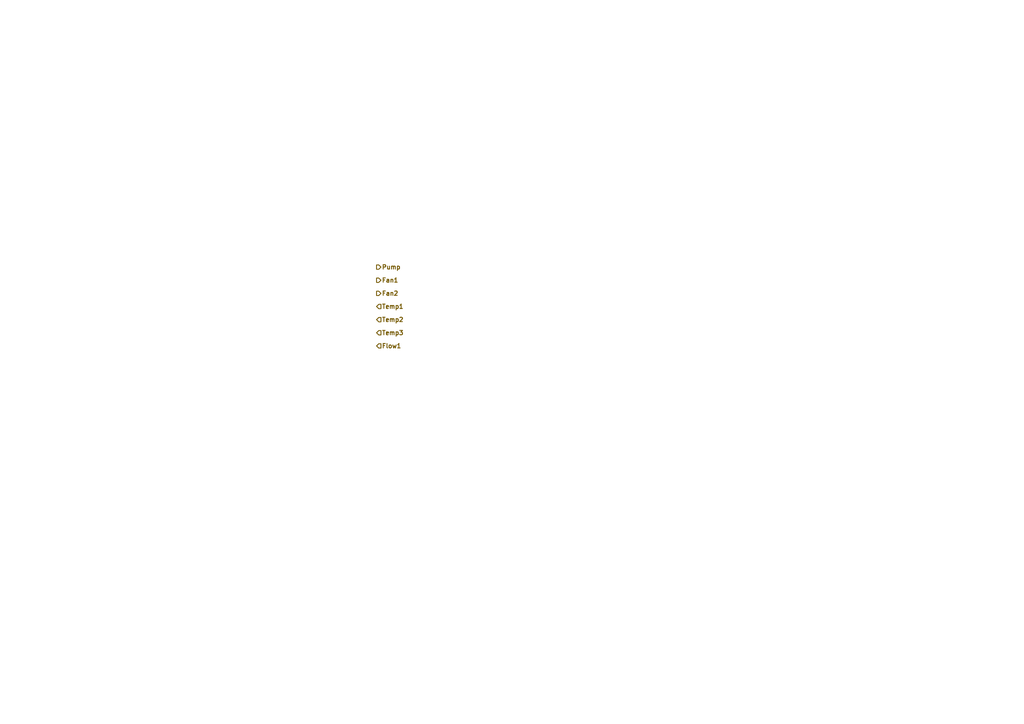
<source format=kicad_sch>
(kicad_sch
	(version 20250114)
	(generator "eeschema")
	(generator_version "9.0")
	(uuid "a75b9d60-efe3-42a6-8800-d99f3a66afe7")
	(paper "A4")
	(lib_symbols)
	(hierarchical_label "Flow1"
		(shape input)
		(at 109.22 100.33 0)
		(effects
			(font
				(size 1.27 1.27)
				(bold yes)
			)
			(justify left)
		)
		(uuid "1d81a27d-26a9-463d-94ba-f84ed65f5c18")
	)
	(hierarchical_label "Fan2"
		(shape output)
		(at 109.22 85.09 0)
		(effects
			(font
				(size 1.27 1.27)
				(bold yes)
			)
			(justify left)
		)
		(uuid "289503e4-efeb-4c0f-8e92-61aafc5da8bc")
	)
	(hierarchical_label "Fan1"
		(shape output)
		(at 109.22 81.28 0)
		(effects
			(font
				(size 1.27 1.27)
				(bold yes)
			)
			(justify left)
		)
		(uuid "695e5512-3a35-43d9-8396-66a9ff6502d7")
	)
	(hierarchical_label "Pump"
		(shape output)
		(at 109.22 77.47 0)
		(effects
			(font
				(size 1.27 1.27)
				(bold yes)
			)
			(justify left)
		)
		(uuid "7080090f-2c77-4f09-ae9c-777c79953eca")
	)
	(hierarchical_label "Temp1"
		(shape input)
		(at 109.22 88.9 0)
		(effects
			(font
				(size 1.27 1.27)
				(bold yes)
			)
			(justify left)
		)
		(uuid "7d069955-43a8-43ad-bd45-79b057ad87fc")
	)
	(hierarchical_label "Temp3"
		(shape input)
		(at 109.22 96.52 0)
		(effects
			(font
				(size 1.27 1.27)
				(bold yes)
			)
			(justify left)
		)
		(uuid "d2880c3d-22f9-44f5-af9a-e48f98b7da4d")
	)
	(hierarchical_label "Temp2"
		(shape input)
		(at 109.22 92.71 0)
		(effects
			(font
				(size 1.27 1.27)
				(bold yes)
			)
			(justify left)
		)
		(uuid "e4bcc13e-aca8-418f-a2d3-1e4faf52b15b")
	)
)

</source>
